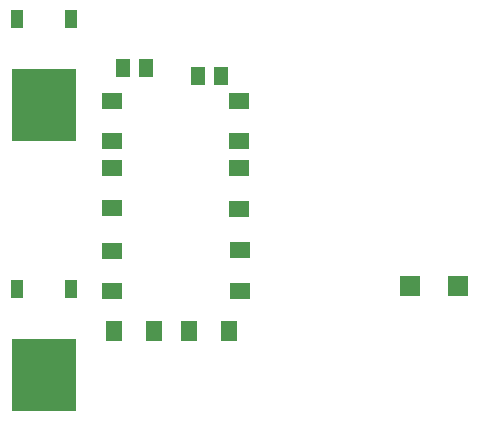
<source format=gbr>
G04 EAGLE Gerber X2 export*
%TF.Part,Single*%
%TF.FileFunction,Paste,Bot*%
%TF.FilePolarity,Positive*%
%TF.GenerationSoftware,Autodesk,EAGLE,8.7.0*%
%TF.CreationDate,2018-05-23T13:35:31Z*%
G75*
%MOMM*%
%FSLAX34Y34*%
%LPD*%
%AMOC8*
5,1,8,0,0,1.08239X$1,22.5*%
G01*
%ADD10R,1.300000X1.500000*%
%ADD11R,1.800000X1.400000*%
%ADD12R,1.400000X1.800000*%
%ADD13R,1.800000X1.700000*%
%ADD14R,5.400000X6.200000*%
%ADD15R,1.000000X1.600000*%


D10*
X219100Y387350D03*
X238100Y387350D03*
X282600Y381000D03*
X301600Y381000D03*
D11*
X317297Y302547D03*
X317297Y268547D03*
X209550Y302750D03*
X209550Y268750D03*
X317500Y325900D03*
X317500Y359900D03*
X209550Y359900D03*
X209550Y325900D03*
D12*
X211600Y165100D03*
X245600Y165100D03*
X275100Y165100D03*
X309100Y165100D03*
D11*
X209753Y232697D03*
X209753Y198697D03*
X317703Y199103D03*
X317703Y233103D03*
D13*
X503100Y203200D03*
X462100Y203200D03*
D14*
X152400Y356000D03*
D15*
X129600Y429000D03*
X175200Y429000D03*
D14*
X152400Y127400D03*
D15*
X129600Y200400D03*
X175200Y200400D03*
M02*

</source>
